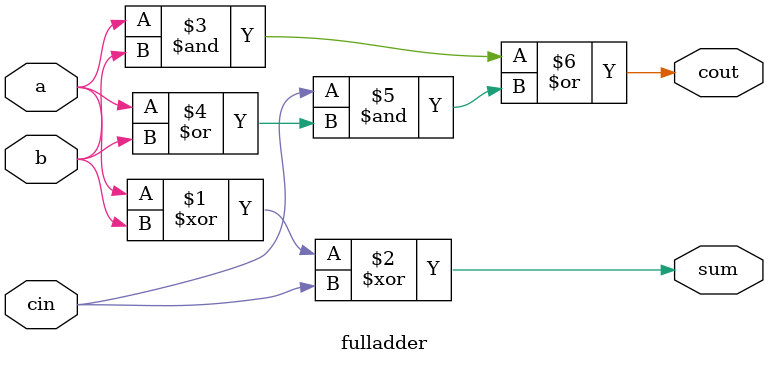
<source format=v>
module rc_adder_24bit (
    input  wire [23:0] a   ,
    input  wire [23:0] b   ,
    input  wire        cin ,
    output wire [23:0] sum ,
    output wire        cout
);

    wire [24:0] c_inter;

    assign c_inter[0] = cin;

    genvar i;
    generate
        for (i = 0; i < 24; i=i+1) begin
            fulladder i_fa (
                .a   (a[i]),
                .b   (b[i]),
                .cin (c_inter[i]),
                .sum (sum[i]),
                .cout(c_inter[i+1])
            );
        end
    endgenerate

    assign cout = c_inter[24];

endmodule

module fulladder (
    input  wire a   ,
    input  wire b   ,
    input  wire cin ,
    output wire sum ,
    output wire cout
);
    assign sum = a ^ b ^ cin;
    assign cout = (a & b) | (cin & (a | b));

endmodule
</source>
